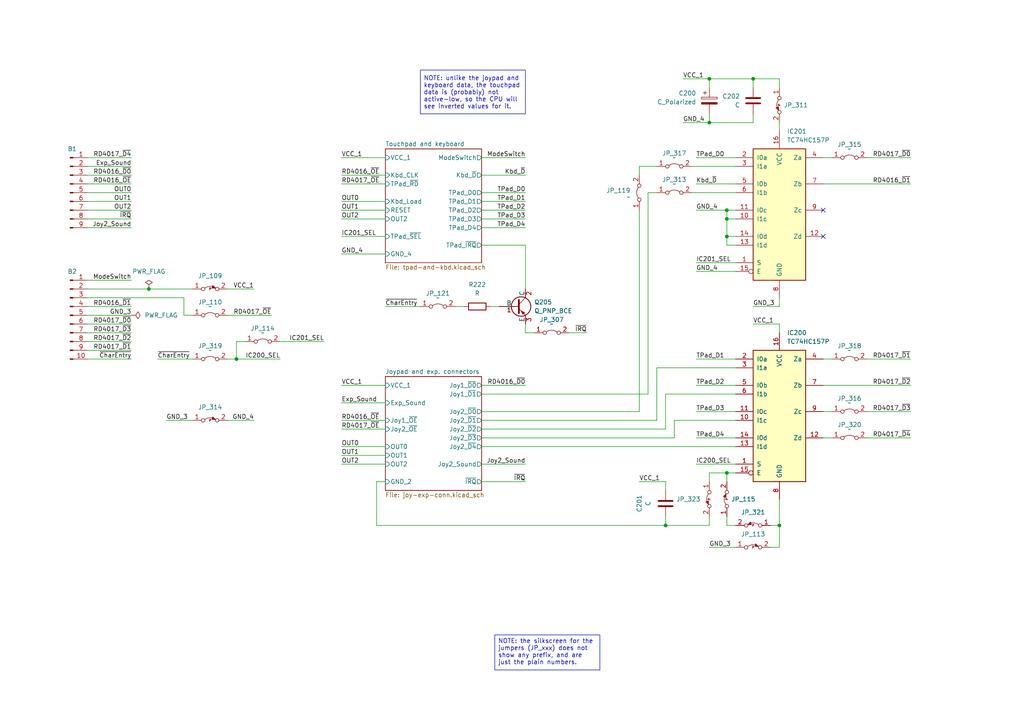
<source format=kicad_sch>
(kicad_sch (version 20231120) (generator "eeschema") (generator_version "8.0")
  (paper "A4")
  (lib_symbols
    (symbol "74xx:74LS157" (pin_names (offset 1.016))
      (property "Reference" "U" (at -7.62 19.05 0))
      (property "Value" "74LS157" (at -7.62 -21.59 0))
      (symbol "74LS157_1_0"
        (pin input line (at -12.7 -15.24 0) (length 5.08) (name "S") (number "1"))
        (pin input line (at -12.7 -2.54 0) (length 5.08) (name "I1c") (number "10"))
        (pin input line (at -12.7 0 0) (length 5.08) (name "I0c") (number "11"))
        (pin output line (at 12.7 -7.62 180) (length 5.08) (name "Zd") (number "12"))
        (pin input line (at -12.7 -10.16 0) (length 5.08) (name "I1d") (number "13"))
        (pin input line (at -12.7 -7.62 0) (length 5.08) (name "I0d") (number "14"))
        (pin input inverted (at -12.7 -17.78 0) (length 5.08) (name "E") (number "15"))
        (pin power_in line (at 0 22.86 270) (length 5.08) (name "VCC") (number "16"))
        (pin input line (at -12.7 15.24 0) (length 5.08) (name "I0a") (number "2"))
        (pin input line (at -12.7 12.7 0) (length 5.08) (name "I1a") (number "3"))
        (pin output line (at 12.7 15.24 180) (length 5.08) (name "Za") (number "4"))
        (pin input line (at -12.7 7.62 0) (length 5.08) (name "I0b") (number "5"))
        (pin input line (at -12.7 5.08 0) (length 5.08) (name "I1b") (number "6"))
        (pin output line (at 12.7 7.62 180) (length 5.08) (name "Zb") (number "7"))
        (pin power_in line (at 0 -25.4 90) (length 5.08) (name "GND") (number "8"))
        (pin output line (at 12.7 0 180) (length 5.08) (name "Zc") (number "9"))
      )
      (symbol "74LS157_1_1"
        (rectangle (start -7.62 17.78) (end 7.62 -20.32) (stroke (width 0.254)) (fill (type background)))
      )
    )
    (symbol "Connector:Conn_01x09_Pin" (pin_names (offset 1.016) hide)
      (property "Reference" "J" (at 0 12.7 0))
      (property "Value" "Conn_01x09_Pin" (at 0 -12.7 0))
      (symbol "Conn_01x09_Pin_1_1"
        (polyline (pts (xy 1.27 -10.16) (xy 0.8636 -10.16)) (stroke (width 0.1524)))
        (polyline (pts (xy 1.27 -7.62) (xy 0.8636 -7.62)) (stroke (width 0.1524)))
        (polyline (pts (xy 1.27 -5.08) (xy 0.8636 -5.08)) (stroke (width 0.1524)))
        (polyline (pts (xy 1.27 -2.54) (xy 0.8636 -2.54)) (stroke (width 0.1524)))
        (polyline (pts (xy 1.27 0) (xy 0.8636 0)) (stroke (width 0.1524)))
        (polyline (pts (xy 1.27 2.54) (xy 0.8636 2.54)) (stroke (width 0.1524)))
        (polyline (pts (xy 1.27 5.08) (xy 0.8636 5.08)) (stroke (width 0.1524)))
        (polyline (pts (xy 1.27 7.62) (xy 0.8636 7.62)) (stroke (width 0.1524)))
        (polyline (pts (xy 1.27 10.16) (xy 0.8636 10.16)) (stroke (width 0.1524)))
        (rectangle (start 0.8636 -10.033) (end 0 -10.287) (stroke (width 0.1524)) (fill (type outline)))
        (rectangle (start 0.8636 -7.493) (end 0 -7.747) (stroke (width 0.1524)) (fill (type outline)))
        (rectangle (start 0.8636 -4.953) (end 0 -5.207) (stroke (width 0.1524)) (fill (type outline)))
        (rectangle (start 0.8636 -2.413) (end 0 -2.667) (stroke (width 0.1524)) (fill (type outline)))
        (rectangle (start 0.8636 0.127) (end 0 -0.127) (stroke (width 0.1524)) (fill (type outline)))
        (rectangle (start 0.8636 2.667) (end 0 2.413) (stroke (width 0.1524)) (fill (type outline)))
        (rectangle (start 0.8636 5.207) (end 0 4.953) (stroke (width 0.1524)) (fill (type outline)))
        (rectangle (start 0.8636 7.747) (end 0 7.493) (stroke (width 0.1524)) (fill (type outline)))
        (rectangle (start 0.8636 10.287) (end 0 10.033) (stroke (width 0.1524)) (fill (type outline)))
        (pin passive line (at 5.08 10.16 180) (length 3.81) (name "Pin_1") (number "1"))
        (pin passive line (at 5.08 7.62 180) (length 3.81) (name "Pin_2") (number "2"))
        (pin passive line (at 5.08 5.08 180) (length 3.81) (name "Pin_3") (number "3"))
        (pin passive line (at 5.08 2.54 180) (length 3.81) (name "Pin_4") (number "4"))
        (pin passive line (at 5.08 0 180) (length 3.81) (name "Pin_5") (number "5"))
        (pin passive line (at 5.08 -2.54 180) (length 3.81) (name "Pin_6") (number "6"))
        (pin passive line (at 5.08 -5.08 180) (length 3.81) (name "Pin_7") (number "7"))
        (pin passive line (at 5.08 -7.62 180) (length 3.81) (name "Pin_8") (number "8"))
        (pin passive line (at 5.08 -10.16 180) (length 3.81) (name "Pin_9") (number "9"))
      )
    )
    (symbol "Connector:Conn_01x10_Pin" (pin_names (offset 1.016) hide)
      (property "Reference" "J" (at 0 12.7 0))
      (property "Value" "Conn_01x10_Pin" (at 0 -15.24 0))
      (symbol "Conn_01x10_Pin_1_1"
        (polyline (pts (xy 1.27 -12.7) (xy 0.8636 -12.7)) (stroke (width 0.1524)))
        (polyline (pts (xy 1.27 -10.16) (xy 0.8636 -10.16)) (stroke (width 0.1524)))
        (polyline (pts (xy 1.27 -7.62) (xy 0.8636 -7.62)) (stroke (width 0.1524)))
        (polyline (pts (xy 1.27 -5.08) (xy 0.8636 -5.08)) (stroke (width 0.1524)))
        (polyline (pts (xy 1.27 -2.54) (xy 0.8636 -2.54)) (stroke (width 0.1524)))
        (polyline (pts (xy 1.27 0) (xy 0.8636 0)) (stroke (width 0.1524)))
        (polyline (pts (xy 1.27 2.54) (xy 0.8636 2.54)) (stroke (width 0.1524)))
        (polyline (pts (xy 1.27 5.08) (xy 0.8636 5.08)) (stroke (width 0.1524)))
        (polyline (pts (xy 1.27 7.62) (xy 0.8636 7.62)) (stroke (width 0.1524)))
        (polyline (pts (xy 1.27 10.16) (xy 0.8636 10.16)) (stroke (width 0.1524)))
        (rectangle (start 0.8636 -12.573) (end 0 -12.827) (stroke (width 0.1524)) (fill (type outline)))
        (rectangle (start 0.8636 -10.033) (end 0 -10.287) (stroke (width 0.1524)) (fill (type outline)))
        (rectangle (start 0.8636 -7.493) (end 0 -7.747) (stroke (width 0.1524)) (fill (type outline)))
        (rectangle (start 0.8636 -4.953) (end 0 -5.207) (stroke (width 0.1524)) (fill (type outline)))
        (rectangle (start 0.8636 -2.413) (end 0 -2.667) (stroke (width 0.1524)) (fill (type outline)))
        (rectangle (start 0.8636 0.127) (end 0 -0.127) (stroke (width 0.1524)) (fill (type outline)))
        (rectangle (start 0.8636 2.667) (end 0 2.413) (stroke (width 0.1524)) (fill (type outline)))
        (rectangle (start 0.8636 5.207) (end 0 4.953) (stroke (width 0.1524)) (fill (type outline)))
        (rectangle (start 0.8636 7.747) (end 0 7.493) (stroke (width 0.1524)) (fill (type outline)))
        (rectangle (start 0.8636 10.287) (end 0 10.033) (stroke (width 0.1524)) (fill (type outline)))
        (pin passive line (at 5.08 10.16 180) (length 3.81) (name "Pin_1") (number "1"))
        (pin passive line (at 5.08 -12.7 180) (length 3.81) (name "Pin_10") (number "10"))
        (pin passive line (at 5.08 7.62 180) (length 3.81) (name "Pin_2") (number "2"))
        (pin passive line (at 5.08 5.08 180) (length 3.81) (name "Pin_3") (number "3"))
        (pin passive line (at 5.08 2.54 180) (length 3.81) (name "Pin_4") (number "4"))
        (pin passive line (at 5.08 0 180) (length 3.81) (name "Pin_5") (number "5"))
        (pin passive line (at 5.08 -2.54 180) (length 3.81) (name "Pin_6") (number "6"))
        (pin passive line (at 5.08 -5.08 180) (length 3.81) (name "Pin_7") (number "7"))
        (pin passive line (at 5.08 -7.62 180) (length 3.81) (name "Pin_8") (number "8"))
        (pin passive line (at 5.08 -10.16 180) (length 3.81) (name "Pin_9") (number "9"))
      )
    )
    (symbol "Device:C" (pin_numbers hide) (pin_names (offset 0.254))
      (property "Reference" "C" (at 0.635 2.54 0))
      (property "Value" "C" (at 0.635 -2.54 0))
      (symbol "C_0_1"
        (polyline (pts (xy -2.032 -0.762) (xy 2.032 -0.762)) (stroke (width 0.508)))
        (polyline (pts (xy -2.032 0.762) (xy 2.032 0.762)) (stroke (width 0.508)))
      )
      (symbol "C_1_1"
        (pin passive line (at 0 3.81 270) (length 2.794) (name "~") (number "1"))
        (pin passive line (at 0 -3.81 90) (length 2.794) (name "~") (number "2"))
      )
    )
    (symbol "Device:C_Polarized" (pin_numbers hide) (pin_names (offset 0.254))
      (property "Reference" "C" (at 0.635 2.54 0))
      (property "Value" "C_Polarized" (at 0.635 -2.54 0))
      (symbol "C_Polarized_0_1"
        (rectangle (start -2.286 0.508) (end 2.286 1.016))
        (polyline (pts (xy -1.778 2.286) (xy -0.762 2.286)))
        (polyline (pts (xy -1.27 2.794) (xy -1.27 1.778)))
        (rectangle (start 2.286 -0.508) (end -2.286 -1.016) (fill (type outline)))
      )
      (symbol "C_Polarized_1_1"
        (pin passive line (at 0 3.81 270) (length 2.794) (name "~") (number "1"))
        (pin passive line (at 0 -3.81 90) (length 2.794) (name "~") (number "2"))
      )
    )
    (symbol "Device:Q_PNP_BCE" (pin_names (offset 0))
      (property "Reference" "Q" (at 5.08 1.27 0))
      (property "Value" "Q_PNP_BCE" (at 5.08 -1.27 0))
      (symbol "Q_PNP_BCE_0_1"
        (polyline (pts (xy 0.635 0.635) (xy 2.54 2.54)))
        (polyline (pts (xy 0.635 -0.635) (xy 2.54 -2.54) (xy 2.54 -2.54)))
        (polyline (pts (xy 0.635 1.905) (xy 0.635 -1.905) (xy 0.635 -1.905)) (stroke (width 0.508)))
        (polyline (pts (xy 2.286 -1.778) (xy 1.778 -2.286) (xy 1.27 -1.27) (xy 2.286 -1.778) (xy 2.286 -1.778)) (fill (type outline)))
        (circle (center 1.27 0) (radius 2.8194) (stroke (width 0.254)))
      )
      (symbol "Q_PNP_BCE_1_1"
        (pin input line (at -5.08 0 0) (length 5.715) (name "B") (number "1"))
        (pin passive line (at 2.54 5.08 270) (length 2.54) (name "C") (number "2"))
        (pin passive line (at 2.54 -5.08 90) (length 2.54) (name "E") (number "3"))
      )
    )
    (symbol "Device:R" (pin_numbers hide) (pin_names (offset 0))
      (property "Reference" "R" (at 2.032 0 90))
      (property "Value" "R" (at 0 0 90))
      (symbol "R_0_1"
        (rectangle (start -1.016 -2.54) (end 1.016 2.54) (stroke (width 0.254)))
      )
      (symbol "R_1_1"
        (pin passive line (at 0 3.81 270) (length 1.27) (name "~") (number "1"))
        (pin passive line (at 0 -3.81 90) (length 1.27) (name "~") (number "2"))
      )
    )
    (symbol "Jumper:Jumper_2_Bridged" (pin_names (offset 0) hide)
      (property "Reference" "JP" (at 0 1.905 0))
      (property "Value" "Jumper_2_Bridged" (at 0 -2.54 0))
      (symbol "Jumper_2_Bridged_0_0"
        (circle (center -2.032 0) (radius 0.508))
        (circle (center 2.032 0) (radius 0.508))
      )
      (symbol "Jumper_2_Bridged_0_1"
        (arc (start 1.524 0.254) (mid 0 0.762) (end -1.524 0.254))
      )
      (symbol "Jumper_2_Bridged_1_1"
        (pin passive line (at -5.08 0 0) (length 2.54) (name "A") (number "1"))
        (pin passive line (at 5.08 0 180) (length 2.54) (name "B") (number "2"))
      )
    )
    (symbol "power:PWR_FLAG" (power) (pin_numbers hide) (pin_names (offset 0) hide)
      (property "Value" "PWR_FLAG" (at 0 3.81 0))
      (symbol "PWR_FLAG_0_0"
        (pin power_out line (at 0 0 90) (length 0) (name "~") (number "1"))
      )
      (symbol "PWR_FLAG_0_1"
        (polyline (pts (xy 0 0) (xy 0 1.27) (xy -1.016 1.905) (xy 0 2.54) (xy 1.016 1.905) (xy 0 1.27)))
      )
    )
    (symbol "project-lib:Jumper_Power_2_Bridged" (pin_names (offset 0) hide)
      (property "Reference" "JP" (at 0 1.905 0))
      (property "Value" "Jumper_Power_2_Bridged" (at 0 -2.54 0))
      (symbol "Jumper_Power_2_Bridged_0_0"
        (circle (center -2.032 0) (radius 0.508))
        (circle (center 2.032 0) (radius 0.508))
      )
      (symbol "Jumper_Power_2_Bridged_0_1"
        (polyline (pts (xy 0.762 1.016) (xy 0.508 0.254) (xy 1.524 0.254) (xy 0.762 1.016)) (fill (type outline)))
        (arc (start 1.524 0.254) (mid 0 0.762) (end -1.524 0.254))
      )
      (symbol "Jumper_Power_2_Bridged_1_1"
        (text "P" (at 0 0 0) (effects (font (size 0.635 0.635))))
        (pin power_in line (at -5.08 0 0) (length 2.54) (name "A") (number "1"))
        (pin power_out line (at 5.08 0 180) (length 2.54) (name "B") (number "2"))
      )
    )
  )
  (junction (at 68.58 104.14))
  (junction (at 210.82 60.96))
  (junction (at 205.74 22.86))
  (junction (at 193.04 152.4))
  (junction (at 226.06 152.4))
  (junction (at 210.82 63.5))
  (junction (at 43.18 83.82))
  (junction (at 218.44 22.86))
  (junction (at 205.74 35.56))
  (junction (at 210.82 68.58))
  (junction (at 210.82 137.16))
  (no_connect (at 238.76 68.58))
  (no_connect (at 238.76 60.96))
  (wire (pts (xy 73.66 83.82) (xy 66.04 83.82)))
  (wire (pts (xy 200.66 55.88) (xy 213.36 55.88)))
  (wire (pts (xy 99.06 68.58) (xy 111.76 68.58)))
  (wire (pts (xy 109.22 152.4) (xy 193.04 152.4)))
  (wire (pts (xy 251.46 127) (xy 264.16 127)))
  (wire (pts (xy 238.76 111.76) (xy 264.16 111.76)))
  (wire (pts (xy 142.24 88.9) (xy 144.78 88.9)))
  (wire (pts (xy 200.66 48.26) (xy 213.36 48.26)))
  (wire (pts (xy 48.26 121.92) (xy 55.88 121.92)))
  (wire (pts (xy 201.93 134.62) (xy 213.36 134.62)))
  (wire (pts (xy 25.4 53.34) (xy 38.1 53.34)))
  (wire (pts (xy 210.82 68.58) (xy 210.82 63.5)))
  (wire (pts (xy 185.42 60.96) (xy 185.42 119.38)))
  (wire (pts (xy 53.34 86.36) (xy 25.4 86.36)))
  (wire (pts (xy 43.18 83.82) (xy 55.88 83.82)))
  (wire (pts (xy 25.4 96.52) (xy 38.1 96.52)))
  (wire (pts (xy 238.76 45.72) (xy 241.3 45.72)))
  (wire (pts (xy 210.82 60.96) (xy 213.36 60.96)))
  (wire (pts (xy 210.82 137.16) (xy 205.74 137.16)))
  (wire (pts (xy 45.72 104.14) (xy 55.88 104.14)))
  (wire (pts (xy 205.74 22.86) (xy 218.44 22.86)))
  (wire (pts (xy 25.4 66.04) (xy 38.1 66.04)))
  (wire (pts (xy 251.46 119.38) (xy 264.16 119.38)))
  (wire (pts (xy 152.4 71.12) (xy 152.4 83.82)))
  (wire (pts (xy 99.06 132.08) (xy 111.76 132.08)))
  (wire (pts (xy 193.04 124.46) (xy 193.04 114.3)))
  (wire (pts (xy 99.06 50.8) (xy 111.76 50.8)))
  (wire (pts (xy 53.34 91.44) (xy 55.88 91.44)))
  (wire (pts (xy 99.06 60.96) (xy 111.76 60.96)))
  (wire (pts (xy 251.46 45.72) (xy 264.16 45.72)))
  (wire (pts (xy 238.76 119.38) (xy 241.3 119.38)))
  (wire (pts (xy 66.04 91.44) (xy 78.74 91.44)))
  (wire (pts (xy 139.7 111.76) (xy 152.4 111.76)))
  (wire (pts (xy 218.44 88.9) (xy 226.06 88.9)))
  (wire (pts (xy 210.82 63.5) (xy 210.82 60.96)))
  (wire (pts (xy 25.4 81.28) (xy 38.1 81.28)))
  (wire (pts (xy 190.5 121.92) (xy 190.5 106.68)))
  (wire (pts (xy 99.06 129.54) (xy 111.76 129.54)))
  (wire (pts (xy 201.93 104.14) (xy 213.36 104.14)))
  (wire (pts (xy 187.96 55.88) (xy 187.96 114.3)))
  (wire (pts (xy 201.93 60.96) (xy 210.82 60.96)))
  (wire (pts (xy 25.4 88.9) (xy 38.1 88.9)))
  (wire (pts (xy 187.96 114.3) (xy 139.7 114.3)))
  (wire (pts (xy 152.4 96.52) (xy 154.94 96.52)))
  (wire (pts (xy 238.76 127) (xy 241.3 127)))
  (wire (pts (xy 25.4 58.42) (xy 38.1 58.42)))
  (wire (pts (xy 139.7 134.62) (xy 152.4 134.62)))
  (wire (pts (xy 139.7 124.46) (xy 193.04 124.46)))
  (wire (pts (xy 205.74 35.56) (xy 205.74 33.02)))
  (wire (pts (xy 210.82 137.16) (xy 210.82 139.7)))
  (wire (pts (xy 139.7 63.5) (xy 152.4 63.5)))
  (wire (pts (xy 223.52 152.4) (xy 226.06 152.4)))
  (wire (pts (xy 25.4 83.82) (xy 43.18 83.82)))
  (wire (pts (xy 238.76 53.34) (xy 264.16 53.34)))
  (wire (pts (xy 226.06 144.78) (xy 226.06 152.4)))
  (wire (pts (xy 132.08 88.9) (xy 134.62 88.9)))
  (wire (pts (xy 185.42 48.26) (xy 190.5 48.26)))
  (wire (pts (xy 139.7 58.42) (xy 152.4 58.42)))
  (wire (pts (xy 210.82 71.12) (xy 213.36 71.12)))
  (wire (pts (xy 213.36 63.5) (xy 210.82 63.5)))
  (wire (pts (xy 238.76 104.14) (xy 241.3 104.14)))
  (wire (pts (xy 152.4 93.98) (xy 152.4 96.52)))
  (wire (pts (xy 210.82 68.58) (xy 213.36 68.58)))
  (wire (pts (xy 25.4 101.6) (xy 38.1 101.6)))
  (wire (pts (xy 201.93 45.72) (xy 213.36 45.72)))
  (wire (pts (xy 226.06 86.36) (xy 226.06 88.9)))
  (wire (pts (xy 205.74 149.86) (xy 205.74 152.4)))
  (wire (pts (xy 205.74 158.75) (xy 213.36 158.75)))
  (wire (pts (xy 205.74 35.56) (xy 218.44 35.56)))
  (wire (pts (xy 139.7 121.92) (xy 190.5 121.92)))
  (wire (pts (xy 226.06 93.98) (xy 226.06 96.52)))
  (wire (pts (xy 99.06 124.46) (xy 111.76 124.46)))
  (wire (pts (xy 193.04 149.86) (xy 193.04 152.4)))
  (wire (pts (xy 201.93 127) (xy 213.36 127)))
  (wire (pts (xy 201.93 78.74) (xy 213.36 78.74)))
  (wire (pts (xy 81.28 99.06) (xy 93.98 99.06)))
  (wire (pts (xy 99.06 58.42) (xy 111.76 58.42)))
  (wire (pts (xy 25.4 45.72) (xy 38.1 45.72)))
  (wire (pts (xy 193.04 152.4) (xy 205.74 152.4)))
  (wire (pts (xy 201.93 119.38) (xy 213.36 119.38)))
  (wire (pts (xy 218.44 35.56) (xy 218.44 33.02)))
  (wire (pts (xy 165.1 96.52) (xy 170.18 96.52)))
  (wire (pts (xy 25.4 104.14) (xy 38.1 104.14)))
  (wire (pts (xy 193.04 114.3) (xy 213.36 114.3)))
  (wire (pts (xy 139.7 129.54) (xy 213.36 129.54)))
  (wire (pts (xy 99.06 45.72) (xy 111.76 45.72)))
  (wire (pts (xy 66.04 121.92) (xy 73.66 121.92)))
  (wire (pts (xy 218.44 93.98) (xy 226.06 93.98)))
  (wire (pts (xy 99.06 121.92) (xy 111.76 121.92)))
  (wire (pts (xy 223.52 158.75) (xy 226.06 158.75)))
  (wire (pts (xy 226.06 25.4) (xy 226.06 22.86)))
  (wire (pts (xy 25.4 91.44) (xy 38.1 91.44)))
  (wire (pts (xy 139.7 127) (xy 195.58 127)))
  (wire (pts (xy 213.36 137.16) (xy 210.82 137.16)))
  (wire (pts (xy 109.22 139.7) (xy 111.76 139.7)))
  (wire (pts (xy 25.4 93.98) (xy 38.1 93.98)))
  (wire (pts (xy 205.74 22.86) (xy 205.74 25.4)))
  (wire (pts (xy 226.06 35.56) (xy 226.06 38.1)))
  (wire (pts (xy 99.06 111.76) (xy 111.76 111.76)))
  (wire (pts (xy 71.12 99.06) (xy 68.58 99.06)))
  (wire (pts (xy 201.93 111.76) (xy 213.36 111.76)))
  (wire (pts (xy 53.34 91.44) (xy 53.34 86.36)))
  (wire (pts (xy 25.4 99.06) (xy 38.1 99.06)))
  (wire (pts (xy 198.12 35.56) (xy 205.74 35.56)))
  (wire (pts (xy 25.4 50.8) (xy 38.1 50.8)))
  (wire (pts (xy 139.7 55.88) (xy 152.4 55.88)))
  (wire (pts (xy 99.06 134.62) (xy 111.76 134.62)))
  (wire (pts (xy 139.7 71.12) (xy 152.4 71.12)))
  (wire (pts (xy 185.42 119.38) (xy 139.7 119.38)))
  (wire (pts (xy 195.58 127) (xy 195.58 121.92)))
  (wire (pts (xy 201.93 53.34) (xy 213.36 53.34)))
  (wire (pts (xy 139.7 45.72) (xy 152.4 45.72)))
  (wire (pts (xy 201.93 76.2) (xy 213.36 76.2)))
  (wire (pts (xy 190.5 106.68) (xy 213.36 106.68)))
  (wire (pts (xy 25.4 60.96) (xy 38.1 60.96)))
  (wire (pts (xy 99.06 63.5) (xy 111.76 63.5)))
  (wire (pts (xy 99.06 116.84) (xy 111.76 116.84)))
  (wire (pts (xy 99.06 73.66) (xy 111.76 73.66)))
  (wire (pts (xy 185.42 139.7) (xy 193.04 139.7)))
  (wire (pts (xy 109.22 139.7) (xy 109.22 152.4)))
  (wire (pts (xy 213.36 152.4) (xy 210.82 152.4)))
  (wire (pts (xy 25.4 55.88) (xy 38.1 55.88)))
  (wire (pts (xy 218.44 22.86) (xy 218.44 25.4)))
  (wire (pts (xy 111.76 88.9) (xy 121.92 88.9)))
  (wire (pts (xy 66.04 104.14) (xy 68.58 104.14)))
  (wire (pts (xy 193.04 139.7) (xy 193.04 142.24)))
  (wire (pts (xy 198.12 22.86) (xy 205.74 22.86)))
  (wire (pts (xy 139.7 60.96) (xy 152.4 60.96)))
  (wire (pts (xy 226.06 158.75) (xy 226.06 152.4)))
  (wire (pts (xy 210.82 71.12) (xy 210.82 68.58)))
  (wire (pts (xy 251.46 104.14) (xy 264.16 104.14)))
  (wire (pts (xy 139.7 50.8) (xy 152.4 50.8)))
  (wire (pts (xy 185.42 48.26) (xy 185.42 50.8)))
  (wire (pts (xy 99.06 53.34) (xy 111.76 53.34)))
  (wire (pts (xy 210.82 152.4) (xy 210.82 149.86)))
  (wire (pts (xy 139.7 66.04) (xy 152.4 66.04)))
  (wire (pts (xy 25.4 63.5) (xy 38.1 63.5)))
  (wire (pts (xy 68.58 104.14) (xy 81.28 104.14)))
  (wire (pts (xy 205.74 137.16) (xy 205.74 139.7)))
  (wire (pts (xy 25.4 48.26) (xy 38.1 48.26)))
  (wire (pts (xy 139.7 139.7) (xy 152.4 139.7)))
  (wire (pts (xy 195.58 121.92) (xy 213.36 121.92)))
  (wire (pts (xy 226.06 22.86) (xy 218.44 22.86)))
  (wire (pts (xy 187.96 55.88) (xy 190.5 55.88)))
  (wire (pts (xy 68.58 99.06) (xy 68.58 104.14)))
  (text_box "NOTE: unlike the joypad and keyboard data, the touchpad data is (probably) not active-low, so the CPU will see inverted values for it." (at 121.92 20.32 0) (size 30.48 12.7) (effects (font (size 1.27 1.27)) (justify left)))
  (text_box "NOTE: the silkscreen for the jumpers (JP_xxx) does not show any prefix, and are just the plain numbers." (at 143.51 184.15 0) (size 30.48 10.16) (effects (font (size 1.27 1.27)) (justify left top)))
  (label "Kbd_~{D}" (at 201.93 53.34 0))
  (label "OUT1" (at 99.06 132.08 0))
  (label "Joy2_Sound" (at 152.4 134.62 180))
  (label "RD4017_~{OE}" (at 99.06 53.34 0))
  (label "Exp_Sound" (at 99.06 116.84 0))
  (label "Joy2_Sound" (at 38.1 66.04 180))
  (label "OUT2" (at 38.1 60.96 180))
  (label "TPad_D2" (at 152.4 60.96 180))
  (label "TPad_D3" (at 201.93 119.38 0))
  (label "OUT2" (at 99.06 134.62 0))
  (label "VCC_1" (at 99.06 111.76 0))
  (label "TPad_D3" (at 152.4 63.5 180))
  (label "VCC_1" (at 185.42 139.7 0))
  (label "TPad_D4" (at 152.4 66.04 180))
  (label "~{CharEntry}" (at 38.1 104.14 180))
  (label "Kbd_~{D}" (at 152.4 50.8 180))
  (label "GND_3" (at 205.74 158.75 0))
  (label "TPad_D0" (at 152.4 55.88 180))
  (label "RD4017_~{D0}" (at 264.16 45.72 180))
  (label "OUT0" (at 99.06 58.42 0))
  (label "~{CharEntry}" (at 45.72 104.14 0))
  (label "GND_3" (at 218.44 88.9 0))
  (label "OUT1" (at 99.06 60.96 0))
  (label "RD4016_~{D0}" (at 152.4 111.76 180))
  (label "GND_3" (at 48.26 121.92 0))
  (label "OUT0" (at 99.06 129.54 0))
  (label "OUT0" (at 38.1 55.88 180))
  (label "RD4017_~{OE}" (at 78.74 91.44 180))
  (label "ModeSwitch" (at 38.1 81.28 180))
  (label "VCC_1" (at 198.12 22.86 0))
  (label "RD4017_~{D4}" (at 38.1 45.72 180))
  (label "TPad_D1" (at 152.4 58.42 180))
  (label "OUT2" (at 99.06 63.5 0))
  (label "RD4017_~{D3}" (at 264.16 119.38 180))
  (label "IC201_SEL" (at 201.93 76.2 0))
  (label "~{IRQ}" (at 152.4 139.7 180))
  (label "~{IRQ}" (at 38.1 63.5 180))
  (label "GND_4" (at 201.93 60.96 0))
  (label "~{IRQ}" (at 170.18 96.52 180))
  (label "VCC_1" (at 99.06 45.72 0))
  (label "VCC_1" (at 218.44 93.98 0))
  (label "RD4016_~{D1}" (at 264.16 53.34 180))
  (label "Exp_Sound" (at 38.1 48.26 180))
  (label "RD4017_~{D1}" (at 38.1 101.6 180))
  (label "RD4016_~{OE}" (at 99.06 121.92 0))
  (label "RD4017_~{D2}" (at 38.1 99.06 180))
  (label "GND_4" (at 198.12 35.56 0))
  (label "VCC_1" (at 73.66 83.82 180))
  (label "RD4017_~{D4}" (at 264.16 127 180))
  (label "RD4017_~{OE}" (at 99.06 124.46 0))
  (label "TPad_D2" (at 201.93 111.76 0))
  (label "IC200_SEL" (at 81.28 104.14 180))
  (label "RD4016_~{OE}" (at 38.1 53.34 180))
  (label "TPad_D4" (at 201.93 127 0))
  (label "ModeSwitch" (at 152.4 45.72 180))
  (label "RD4016_~{OE}" (at 99.06 50.8 0))
  (label "OUT1" (at 38.1 58.42 180))
  (label "GND_4" (at 73.66 121.92 180))
  (label "IC200_SEL" (at 201.93 134.62 0))
  (label "RD4016_~{D1}" (at 38.1 88.9 180))
  (label "IC201_SEL" (at 93.98 99.06 180))
  (label "RD4017_~{D0}" (at 38.1 93.98 180))
  (label "RD4017_~{D1}" (at 264.16 104.14 180))
  (label "TPad_D0" (at 201.93 45.72 0))
  (label "IC201_SEL" (at 99.06 68.58 0))
  (label "RD4016_~{D0}" (at 38.1 50.8 180))
  (label "GND_4" (at 201.93 78.74 0))
  (label "TPad_D1" (at 201.93 104.14 0))
  (label "GND_4" (at 99.06 73.66 0))
  (label "~{CharEntry}" (at 111.76 88.9 0))
  (label "RD4017_~{D3}" (at 38.1 96.52 180))
  (label "RD4017_~{D2}" (at 264.16 111.76 180))
  (label "GND_3" (at 38.1 91.44 180))
  (symbol (lib_id "Jumper:Jumper_2_Bridged") (at 195.58 55.88 0) (unit 1)
    (property "Reference" "JP_313" (at 195.58 52.07 0))
    (property "Value" "~" (at 195.58 53.34 0))
    (property "Description" "Jumper, 2-pole, closed/bridged" (effects (hide yes)))
  )
  (symbol (lib_id "project-lib:Jumper_Power_2_Bridged") (at 218.44 158.75 0) (unit 1)
    (property "Reference" "JP_113" (at 218.44 154.94 0))
    (property "Value" "Jumper_Power_2_Bridged" (effects (hide yes)))
    (property "Description" "Jumper, for power, 2-pole, closed/bridged" (effects (hide yes)))
  )
  (symbol (lib_id "Device:C") (at 193.04 146.05 180) (unit 1)
    (property "Reference" "C201" (at 185.42 146.05 90))
    (property "Value" "C" (at 187.96 146.05 90))
    (property "Description" "Unpolarized capacitor" (effects (hide yes)))
  )
  (symbol (lib_id "Jumper:Jumper_2_Bridged") (at 160.02 96.52 0) (unit 1)
    (property "Reference" "JP_307" (at 160.02 92.71 0))
    (property "Value" "~" (at 160.02 93.98 0))
    (property "Description" "Jumper, 2-pole, closed/bridged" (effects (hide yes)))
  )
  (symbol (lib_id "project-lib:Jumper_Power_2_Bridged") (at 60.96 83.82 0) (unit 1)
    (property "Reference" "JP_109" (at 60.96 80.01 0))
    (property "Value" "Jumper_Power_2_Bridged" (effects (hide yes)))
    (property "Description" "Jumper, for power, 2-pole, closed/bridged" (effects (hide yes)))
  )
  (symbol (lib_id "Device:Q_PNP_BCE") (at 149.86 88.9 0) (unit 1)
    (property "Reference" "Q205" (at 154.94 87.6299 0) (effects (justify left)))
    (property "Value" "Q_PNP_BCE" (at 154.94 90.1699 0) (effects (justify left)))
    (property "Description" "PNP transistor, base/collector/emitter" (effects (hide yes)))
  )
  (symbol (lib_id "project-lib:Jumper_Power_2_Bridged") (at 226.06 30.48 90) (mirror x) (unit 1)
    (property "Reference" "JP_311" (at 227.33 30.4799 90) (effects (justify right)))
    (property "Value" "Jumper_Power_2_Bridged" (effects (hide yes)))
    (property "Description" "Jumper, for power, 2-pole, closed/bridged" (effects (hide yes)))
  )
  (symbol (lib_id "project-lib:Jumper_Power_2_Bridged") (at 210.82 144.78 90) (unit 1)
    (property "Reference" "JP_115" (at 212.09 144.7799 90) (effects (justify right)))
    (property "Value" "Jumper_Power_2_Bridged" (effects (hide yes)))
    (property "Description" "Jumper, for power, 2-pole, closed/bridged" (effects (hide yes)))
  )
  (symbol (lib_id "Jumper:Jumper_2_Bridged") (at 127 88.9 0) (unit 1)
    (property "Reference" "JP_121" (at 127 85.09 0))
    (property "Value" "~" (at 127 86.36 0))
    (property "Description" "Jumper, 2-pole, closed/bridged" (effects (hide yes)))
  )
  (symbol (lib_id "Jumper:Jumper_2_Bridged") (at 60.96 104.14 0) (unit 1)
    (property "Reference" "JP_319" (at 60.96 100.33 0))
    (property "Value" "~" (at 60.96 101.6 0))
    (property "Description" "Jumper, 2-pole, closed/bridged" (effects (hide yes)))
  )
  (symbol (lib_id "Device:C_Polarized") (at 205.74 29.21 0) (unit 1)
    (property "Reference" "C200" (at 201.93 27.0509 0) (effects (justify right)))
    (property "Value" "C_Polarized" (at 201.93 29.5909 0) (effects (justify right)))
    (property "Description" "Polarized capacitor" (effects (hide yes)))
  )
  (symbol (lib_id "Jumper:Jumper_2_Bridged") (at 76.2 99.06 0) (unit 1)
    (property "Reference" "JP_114" (at 76.2 95.25 0))
    (property "Value" "~" (at 76.2 96.52 0))
    (property "Description" "Jumper, 2-pole, closed/bridged" (effects (hide yes)))
  )
  (symbol (lib_id "Jumper:Jumper_2_Bridged") (at 246.38 45.72 0) (unit 1)
    (property "Reference" "JP_315" (at 246.38 41.91 0))
    (property "Value" "~" (at 246.38 43.18 0))
    (property "Description" "Jumper, 2-pole, closed/bridged" (effects (hide yes)))
  )
  (symbol (lib_id "Connector:Conn_01x09_Pin") (at 20.32 55.88 0) (unit 1)
    (property "Reference" "B1" (at 20.955 43.18 0))
    (property "Value" "Conn_01x09_Pin" (effects (hide yes)))
    (property "Description" "Generic connector, single row, 01x09, script generated" (effects (hide yes)))
  )
  (symbol (lib_id "Jumper:Jumper_2_Bridged") (at 246.38 104.14 0) (unit 1)
    (property "Reference" "JP_318" (at 246.38 100.33 0))
    (property "Value" "~" (at 246.38 101.6 0))
    (property "Description" "Jumper, 2-pole, closed/bridged" (effects (hide yes)))
  )
  (symbol (lib_id "project-lib:Jumper_Power_2_Bridged") (at 205.74 144.78 90) (mirror x) (unit 1)
    (property "Reference" "JP_323" (at 203.2 144.7799 90) (effects (justify left)))
    (property "Value" "Jumper_Power_2_Bridged" (effects (hide yes)))
    (property "Description" "Jumper, for power, 2-pole, closed/bridged" (effects (hide yes)))
  )
  (symbol (lib_id "Device:R") (at 138.43 88.9 90) (unit 1)
    (property "Reference" "R222" (at 138.43 82.55 90))
    (property "Value" "R" (at 138.43 85.09 90))
    (property "Description" "Resistor" (effects (hide yes)))
  )
  (symbol (lib_id "74xx:74LS157") (at 226.06 119.38 0) (unit 1)
    (property "Reference" "IC200" (at 228.2541 96.52 0) (effects (justify left)))
    (property "Value" "TC74HC157P" (at 228.2541 99.06 0) (effects (justify left)))
    (property "Footprint" "Package_DIP:DIP-16_W7.62mm" (effects (hide yes)))
    (property "Datasheet" "http://www.ti.com/lit/gpn/sn74LS157" (effects (hide yes)))
    (property "Description" "Quad 2 to 1 line Multiplexer" (effects (hide yes)))
  )
  (symbol (lib_id "Connector:Conn_01x10_Pin") (at 20.32 91.44 0) (unit 1)
    (property "Reference" "B2" (at 20.955 78.74 0))
    (property "Value" "Conn_01x10_Pin" (effects (hide yes)))
    (property "Description" "Generic connector, single row, 01x10, script generated" (effects (hide yes)))
  )
  (symbol (lib_id "power:PWR_FLAG") (at 43.18 83.82 0) (unit 1)
    (property "Reference" "#FLG03" (effects (hide yes)))
    (property "Value" "PWR_FLAG" (at 43.18 78.74 0))
    (property "Description" "Special symbol for telling ERC where power comes from" (effects (hide yes)))
  )
  (symbol (lib_id "power:PWR_FLAG") (at 38.1 91.44 270) (unit 1)
    (property "Reference" "#FLG04" (effects (hide yes)))
    (property "Value" "PWR_FLAG" (at 41.91 91.4399 90) (effects (justify left)))
    (property "Description" "Special symbol for telling ERC where power comes from" (effects (hide yes)))
  )
  (symbol (lib_id "Jumper:Jumper_2_Bridged") (at 246.38 119.38 0) (unit 1)
    (property "Reference" "JP_316" (at 246.38 115.57 0))
    (property "Value" "~" (at 246.38 116.84 0))
    (property "Description" "Jumper, 2-pole, closed/bridged" (effects (hide yes)))
  )
  (symbol (lib_id "Jumper:Jumper_2_Bridged") (at 185.42 55.88 90) (unit 1)
    (property "Reference" "JP_119" (at 182.88 55.2449 90) (effects (justify left)))
    (property "Value" "~" (at 182.88 57.15 90) (effects (justify left)))
    (property "Description" "Jumper, 2-pole, closed/bridged" (effects (hide yes)))
  )
  (symbol (lib_id "Jumper:Jumper_2_Bridged") (at 195.58 48.26 0) (unit 1)
    (property "Reference" "JP_317" (at 195.58 44.45 0))
    (property "Value" "~" (at 195.58 45.72 0))
    (property "Description" "Jumper, 2-pole, closed/bridged" (effects (hide yes)))
  )
  (symbol (lib_id "project-lib:Jumper_Power_2_Bridged") (at 218.44 152.4 0) (mirror y) (unit 1)
    (property "Reference" "JP_321" (at 218.44 148.59 0))
    (property "Value" "Jumper_Power_2_Bridged" (effects (hide yes)))
    (property "Description" "Jumper, for power, 2-pole, closed/bridged" (effects (hide yes)))
  )
  (symbol (lib_id "Jumper:Jumper_2_Bridged") (at 60.96 91.44 0) (unit 1)
    (property "Reference" "JP_110" (at 60.96 87.63 0))
    (property "Value" "~" (at 60.96 88.9 0))
    (property "Description" "Jumper, 2-pole, closed/bridged" (effects (hide yes)))
  )
  (symbol (lib_id "project-lib:Jumper_Power_2_Bridged") (at 60.96 121.92 0) (unit 1)
    (property "Reference" "JP_314" (at 60.96 118.11 0))
    (property "Value" "Jumper_Power_2_Bridged" (effects (hide yes)))
    (property "Description" "Jumper, for power, 2-pole, closed/bridged" (effects (hide yes)))
  )
  (symbol (lib_id "Jumper:Jumper_2_Bridged") (at 246.38 127 0) (unit 1)
    (property "Reference" "JP_320" (at 246.38 123.19 0))
    (property "Value" "~" (at 246.38 124.46 0))
    (property "Description" "Jumper, 2-pole, closed/bridged" (effects (hide yes)))
  )
  (symbol (lib_id "74xx:74LS157") (at 226.06 60.96 0) (unit 1)
    (property "Reference" "IC201" (at 228.2541 38.1 0) (effects (justify left)))
    (property "Value" "TC74HC157P" (at 228.2541 40.64 0) (effects (justify left)))
    (property "Footprint" "Package_DIP:DIP-16_W7.62mm" (effects (hide yes)))
    (property "Datasheet" "http://www.ti.com/lit/gpn/sn74LS157" (effects (hide yes)))
    (property "Description" "Quad 2 to 1 line Multiplexer" (effects (hide yes)))
  )
  (symbol (lib_id "Device:C") (at 218.44 29.21 0) (unit 1)
    (property "Reference" "C202" (at 214.63 27.9399 0) (effects (justify right)))
    (property "Value" "C" (at 214.63 30.4799 0) (effects (justify right)))
    (property "Description" "Unpolarized capacitor" (effects (hide yes)))
  )
  (sheet (at 111.76 43.18) (size 27.94 33.02) (stroke (width 0.1524))
    (property "Sheetname" "Touchpad and keyboard" (at 111.76 42.4684 0) (effects (justify left bottom)))
    (property "Sheetfile" "tpad-and-kbd.kicad_sch" (at 111.76 76.7846 0) (effects (justify left top)))
    (pin "OUT2" input (at 111.76 63.5 180))
    (pin "GND_4" input (at 111.76 73.66 180))
    (pin "VCC_1" input (at 111.76 45.72 180))
    (pin "ModeSwitch" output (at 139.7 45.72 0))
    (pin "TPad_~{IRQ}" output (at 139.7 71.12 0))
    (pin "Kbd_~{D}" output (at 139.7 50.8 0))
    (pin "Kbd_CLK" input (at 111.76 50.8 180))
    (pin "TPad_~{RD}" input (at 111.76 53.34 180))
    (pin "TPad_~{SEL}" input (at 111.76 68.58 180))
    (pin "RESET" input (at 111.76 60.96 180))
    (pin "Kbd_Load" input (at 111.76 58.42 180))
    (pin "TPad_D0" output (at 139.7 55.88 0))
    (pin "TPad_D3" output (at 139.7 63.5 0))
    (pin "TPad_D4" output (at 139.7 66.04 0))
    (pin "TPad_D1" output (at 139.7 58.42 0))
    (pin "TPad_D2" output (at 139.7 60.96 0))
  )
  (sheet (at 111.76 109.22) (size 27.94 33.02) (stroke (width 0.1524))
    (property "Sheetname" "Joypad and exp. connectors" (at 111.76 108.5084 0) (effects (justify left bottom)))
    (property "Sheetfile" "joy-exp-conn.kicad_sch" (at 111.76 142.8246 0) (effects (justify left top)))
    (pin "Joy2_Sound" output (at 139.7 134.62 0))
    (pin "Exp_Sound" input (at 111.76 116.84 180))
    (pin "VCC_1" input (at 111.76 111.76 180))
    (pin "GND_2" input (at 111.76 139.7 180))
    (pin "OUT1" input (at 111.76 132.08 180))
    (pin "OUT0" input (at 111.76 129.54 180))
    (pin "Joy1_~{OE}" input (at 111.76 121.92 180))
    (pin "OUT2" input (at 111.76 134.62 180))
    (pin "Joy2_~{D0}" output (at 139.7 119.38 0))
    (pin "Joy2_~{OE}" input (at 111.76 124.46 180))
    (pin "~{IRQ}" output (at 139.7 139.7 0))
    (pin "Joy1_~{D0}" output (at 139.7 111.76 0))
    (pin "Joy1_~{D1}" output (at 139.7 114.3 0))
    (pin "Joy2_~{D1}" output (at 139.7 121.92 0))
    (pin "Joy2_~{D2}" output (at 139.7 124.46 0))
    (pin "Joy2_~{D4}" output (at 139.7 129.54 0))
    (pin "Joy2_~{D3}" output (at 139.7 127 0))
  )
)
</source>
